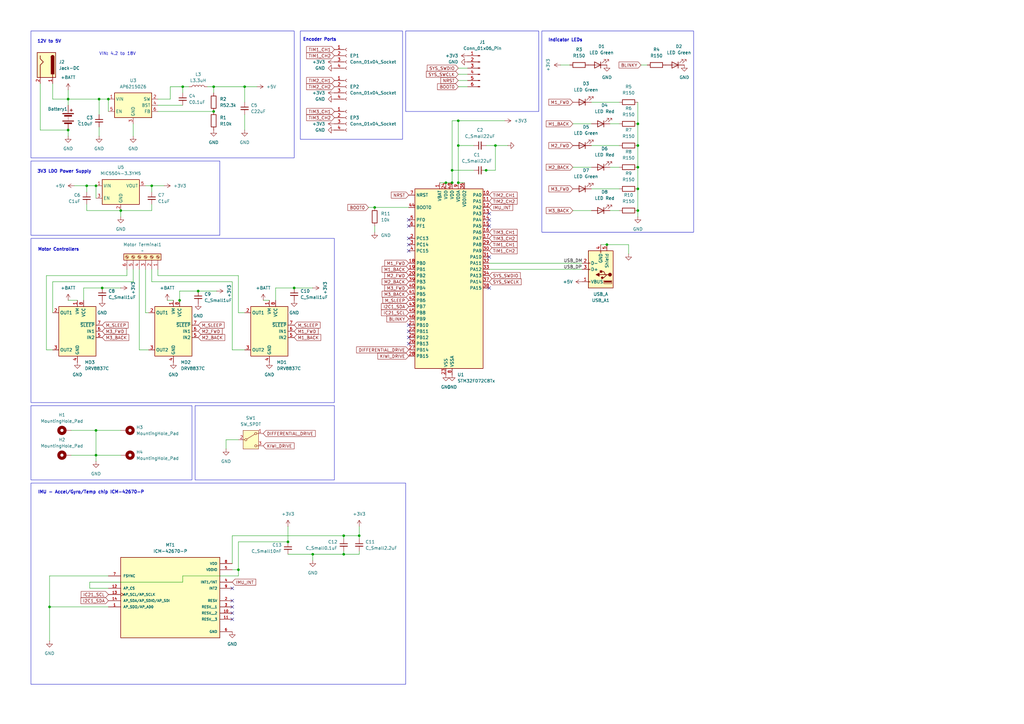
<source format=kicad_sch>
(kicad_sch (version 20231120) (generator "eeschema") (generator_version "8.0")
  (paper "A3")
  (title_block (title "Shiba 2") (rev "1") (company "Lorem Ipsum Automation"))
  (junction (at 87.63 45.72))
  (junction (at 185.42 69.85))
  (junction (at 261.62 86.36))
  (junction (at 187.96 59.69))
  (junction (at 261.62 50.8))
  (junction (at 261.62 77.47))
  (junction (at 87.63 35.56))
  (junction (at 39.37 176.53))
  (junction (at 62.23 76.2))
  (junction (at 128.27 227.33))
  (junction (at 261.62 59.69))
  (junction (at 118.11 222.25))
  (junction (at 248.92 100.33))
  (junction (at 100.33 35.56))
  (junction (at 44.45 40.64))
  (junction (at 39.37 186.69))
  (junction (at 203.2 59.69))
  (junction (at 27.94 53.34))
  (junction (at 187.96 49.53))
  (junction (at 140.97 219.71))
  (junction (at 97.79 233.68))
  (junction (at 261.62 68.58))
  (junction (at 20.32 248.92))
  (junction (at 187.96 74.93))
  (junction (at 140.97 227.33))
  (junction (at 39.37 76.2))
  (junction (at 41.91 118.11))
  (junction (at 147.32 219.71))
  (junction (at 81.28 119.38))
  (junction (at 40.64 40.64))
  (junction (at 35.56 76.2))
  (junction (at 49.53 86.36))
  (junction (at 120.65 118.11))
  (junction (at 73.66 123.19))
  (junction (at 182.88 74.93))
  (junction (at 185.42 74.93))
  (junction (at 199.39 69.85))
  (junction (at 153.67 85.09))
  (junction (at 74.93 35.56))
  (junction (at 27.94 40.64))
  (no_connect (at 200.66 118.11))
  (no_connect (at 167.64 90.17))
  (no_connect (at 167.64 138.43))
  (no_connect (at 167.64 102.87))
  (no_connect (at 167.64 97.79))
  (no_connect (at 200.66 105.41))
  (no_connect (at 167.64 133.35))
  (no_connect (at 167.64 100.33))
  (no_connect (at 95.25 246.38))
  (no_connect (at 167.64 140.97))
  (no_connect (at 200.66 92.71))
  (no_connect (at 167.64 92.71))
  (no_connect (at 200.66 90.17))
  (no_connect (at 95.25 241.3))
  (no_connect (at 95.25 254))
  (no_connect (at 95.25 251.46))
  (no_connect (at 95.25 248.92))
  (no_connect (at 167.64 135.89))
  (no_connect (at 200.66 87.63))
  (wire (pts (xy 57.15 110.49) (xy 57.15 143.51)))
  (wire (pts (xy 140.97 227.33) (xy 147.32 227.33)))
  (wire (pts (xy 68.58 123.19) (xy 71.12 123.19)))
  (wire (pts (xy 20.32 236.22) (xy 44.45 236.22)))
  (wire (pts (xy 74.93 35.56) (xy 74.93 38.1)))
  (wire (pts (xy 153.67 85.09) (xy 167.64 85.09)))
  (wire (pts (xy 52.07 113.03) (xy 19.05 113.03)))
  (wire (pts (xy 185.42 49.53) (xy 185.42 69.85)))
  (wire (pts (xy 59.69 128.27) (xy 60.96 128.27)))
  (wire (pts (xy 87.63 35.56) (xy 100.33 35.56)))
  (wire (pts (xy 97.79 222.25) (xy 97.79 233.68)))
  (wire (pts (xy 208.28 59.69) (xy 203.2 59.69)))
  (wire (pts (xy 261.62 68.58) (xy 261.62 77.47)))
  (wire (pts (xy 250.19 50.8) (xy 254 50.8)))
  (wire (pts (xy 40.64 40.64) (xy 40.64 46.99)))
  (wire (pts (xy 198.12 69.85) (xy 199.39 69.85)))
  (wire (pts (xy 40.64 40.64) (xy 44.45 40.64)))
  (wire (pts (xy 87.63 38.1) (xy 87.63 35.56)))
  (wire (pts (xy 62.23 110.49) (xy 62.23 115.57)))
  (wire (pts (xy 35.56 76.2) (xy 39.37 76.2)))
  (wire (pts (xy 261.62 86.36) (xy 261.62 88.9)))
  (wire (pts (xy 100.33 143.51) (xy 95.25 143.51)))
  (wire (pts (xy 19.05 143.51) (xy 21.59 143.51)))
  (wire (pts (xy 147.32 219.71) (xy 140.97 219.71)))
  (wire (pts (xy 36.83 238.76) (xy 74.93 238.76)))
  (wire (pts (xy 27.94 40.64) (xy 27.94 43.18)))
  (wire (pts (xy 118.11 215.9) (xy 118.11 222.25)))
  (wire (pts (xy 187.96 74.93) (xy 190.5 74.93)))
  (wire (pts (xy 27.94 40.64) (xy 40.64 40.64)))
  (wire (pts (xy 54.61 50.8) (xy 54.61 55.88)))
  (wire (pts (xy 199.39 69.85) (xy 203.2 69.85)))
  (wire (pts (xy 59.69 110.49) (xy 59.69 128.27)))
  (wire (pts (xy 30.48 76.2) (xy 35.56 76.2)))
  (wire (pts (xy 64.77 43.18) (xy 74.93 43.18)))
  (wire (pts (xy 187.96 59.69) (xy 187.96 74.93)))
  (wire (pts (xy 151.13 85.09) (xy 153.67 85.09)))
  (wire (pts (xy 200.66 107.95) (xy 238.76 107.95)))
  (wire (pts (xy 21.59 40.64) (xy 21.59 34.29)))
  (wire (pts (xy 257.81 104.14) (xy 257.81 100.33)))
  (wire (pts (xy 21.59 128.27) (xy 21.59 115.57)))
  (wire (pts (xy 62.23 83.82) (xy 62.23 86.36)))
  (wire (pts (xy 64.77 110.49) (xy 64.77 113.03)))
  (wire (pts (xy 16.51 53.34) (xy 27.94 53.34)))
  (wire (pts (xy 29.21 176.53) (xy 39.37 176.53)))
  (wire (pts (xy 92.71 180.34) (xy 92.71 184.15)))
  (wire (pts (xy 74.93 238.76) (xy 74.93 236.22)))
  (wire (pts (xy 81.28 119.38) (xy 88.9 119.38)))
  (wire (pts (xy 140.97 220.98) (xy 140.97 219.71)))
  (wire (pts (xy 203.2 69.85) (xy 203.2 59.69)))
  (wire (pts (xy 250.19 68.58) (xy 254 68.58)))
  (wire (pts (xy 248.92 100.33) (xy 257.81 100.33)))
  (wire (pts (xy 62.23 86.36) (xy 49.53 86.36)))
  (wire (pts (xy 95.25 219.71) (xy 140.97 219.71)))
  (wire (pts (xy 62.23 115.57) (xy 95.25 115.57)))
  (wire (pts (xy 187.96 27.94) (xy 191.77 27.94)))
  (wire (pts (xy 229.87 26.67) (xy 233.68 26.67)))
  (wire (pts (xy 118.11 227.33) (xy 128.27 227.33)))
  (wire (pts (xy 19.05 113.03) (xy 19.05 143.51)))
  (wire (pts (xy 261.62 77.47) (xy 261.62 86.36)))
  (wire (pts (xy 36.83 241.3) (xy 36.83 238.76)))
  (wire (pts (xy 120.65 118.11) (xy 128.27 118.11)))
  (wire (pts (xy 261.62 41.91) (xy 261.62 50.8)))
  (wire (pts (xy 97.79 233.68) (xy 95.25 233.68)))
  (wire (pts (xy 100.33 35.56) (xy 100.33 41.91)))
  (wire (pts (xy 73.66 119.38) (xy 81.28 119.38)))
  (wire (pts (xy 147.32 227.33) (xy 147.32 226.06)))
  (wire (pts (xy 41.91 118.11) (xy 49.53 118.11)))
  (wire (pts (xy 64.77 45.72) (xy 87.63 45.72)))
  (wire (pts (xy 97.79 222.25) (xy 118.11 222.25)))
  (wire (pts (xy 128.27 227.33) (xy 140.97 227.33)))
  (wire (pts (xy 54.61 115.57) (xy 54.61 110.49)))
  (wire (pts (xy 97.79 128.27) (xy 97.79 113.03)))
  (wire (pts (xy 69.85 35.56) (xy 74.93 35.56)))
  (wire (pts (xy 261.62 50.8) (xy 261.62 59.69)))
  (wire (pts (xy 246.38 100.33) (xy 248.92 100.33)))
  (wire (pts (xy 21.59 115.57) (xy 54.61 115.57)))
  (wire (pts (xy 100.33 35.56) (xy 105.41 35.56)))
  (wire (pts (xy 85.09 35.56) (xy 87.63 35.56)))
  (wire (pts (xy 74.93 236.22) (xy 97.79 236.22)))
  (wire (pts (xy 27.94 53.34) (xy 27.94 55.88)))
  (wire (pts (xy 153.67 95.25) (xy 153.67 92.71)))
  (wire (pts (xy 97.79 236.22) (xy 97.79 233.68)))
  (wire (pts (xy 21.59 40.64) (xy 27.94 40.64)))
  (wire (pts (xy 242.57 68.58) (xy 234.95 68.58)))
  (wire (pts (xy 16.51 34.29) (xy 16.51 53.34)))
  (wire (pts (xy 35.56 86.36) (xy 49.53 86.36)))
  (wire (pts (xy 73.66 123.19) (xy 73.66 124.46)))
  (wire (pts (xy 242.57 77.47) (xy 254 77.47)))
  (wire (pts (xy 140.97 227.33) (xy 140.97 226.06)))
  (wire (pts (xy 113.03 118.11) (xy 113.03 123.19)))
  (wire (pts (xy 20.32 248.92) (xy 20.32 236.22)))
  (wire (pts (xy 35.56 83.82) (xy 35.56 86.36)))
  (wire (pts (xy 128.27 227.33) (xy 128.27 229.87)))
  (wire (pts (xy 39.37 76.2) (xy 39.37 81.28)))
  (wire (pts (xy 187.96 59.69) (xy 194.31 59.69)))
  (wire (pts (xy 36.83 241.3) (xy 44.45 241.3)))
  (wire (pts (xy 27.94 123.19) (xy 31.75 123.19)))
  (wire (pts (xy 52.07 110.49) (xy 52.07 113.03)))
  (wire (pts (xy 73.66 119.38) (xy 73.66 123.19)))
  (wire (pts (xy 39.37 176.53) (xy 49.53 176.53)))
  (wire (pts (xy 34.29 118.11) (xy 34.29 123.19)))
  (wire (pts (xy 187.96 49.53) (xy 207.01 49.53)))
  (wire (pts (xy 74.93 35.56) (xy 77.47 35.56)))
  (wire (pts (xy 40.64 52.07) (xy 40.64 55.88)))
  (wire (pts (xy 49.53 86.36) (xy 49.53 88.9)))
  (wire (pts (xy 261.62 59.69) (xy 261.62 68.58)))
  (wire (pts (xy 187.96 49.53) (xy 187.96 59.69)))
  (wire (pts (xy 69.85 40.64) (xy 69.85 35.56)))
  (wire (pts (xy 187.96 35.56) (xy 191.77 35.56)))
  (wire (pts (xy 97.79 180.34) (xy 92.71 180.34)))
  (wire (pts (xy 187.96 30.48) (xy 191.77 30.48)))
  (wire (pts (xy 107.95 123.19) (xy 110.49 123.19)))
  (wire (pts (xy 29.21 186.69) (xy 39.37 186.69)))
  (wire (pts (xy 182.88 74.93) (xy 185.42 74.93)))
  (wire (pts (xy 95.25 115.57) (xy 95.25 143.51)))
  (wire (pts (xy 113.03 118.11) (xy 120.65 118.11)))
  (wire (pts (xy 187.96 33.02) (xy 191.77 33.02)))
  (wire (pts (xy 242.57 41.91) (xy 254 41.91)))
  (wire (pts (xy 147.32 215.9) (xy 147.32 219.71)))
  (wire (pts (xy 262.89 26.67) (xy 265.43 26.67)))
  (wire (pts (xy 44.45 40.64) (xy 44.45 45.72)))
  (wire (pts (xy 242.57 50.8) (xy 234.95 50.8)))
  (wire (pts (xy 185.42 69.85) (xy 185.42 74.93)))
  (wire (pts (xy 34.29 118.11) (xy 41.91 118.11)))
  (wire (pts (xy 100.33 46.99) (xy 100.33 53.34)))
  (wire (pts (xy 39.37 186.69) (xy 49.53 186.69)))
  (wire (pts (xy 200.66 110.49) (xy 238.76 110.49)))
  (wire (pts (xy 234.95 86.36) (xy 242.57 86.36)))
  (wire (pts (xy 35.56 78.74) (xy 35.56 76.2)))
  (wire (pts (xy 147.32 220.98) (xy 147.32 219.71)))
  (wire (pts (xy 180.34 74.93) (xy 182.88 74.93)))
  (wire (pts (xy 20.32 262.89) (xy 20.32 248.92)))
  (wire (pts (xy 62.23 76.2) (xy 67.31 76.2)))
  (wire (pts (xy 39.37 189.23) (xy 39.37 186.69)))
  (wire (pts (xy 39.37 176.53) (xy 39.37 186.69)))
  (wire (pts (xy 185.42 49.53) (xy 187.96 49.53)))
  (wire (pts (xy 60.96 143.51) (xy 57.15 143.51)))
  (wire (pts (xy 64.77 113.03) (xy 97.79 113.03)))
  (wire (pts (xy 69.85 40.64) (xy 64.77 40.64)))
  (wire (pts (xy 242.57 59.69) (xy 254 59.69)))
  (wire (pts (xy 185.42 69.85) (xy 194.31 69.85)))
  (wire (pts (xy 20.32 248.92) (xy 44.45 248.92)))
  (wire (pts (xy 250.19 86.36) (xy 254 86.36)))
  (wire (pts (xy 100.33 128.27) (xy 97.79 128.27)))
  (wire (pts (xy 62.23 78.74) (xy 62.23 76.2)))
  (wire (pts (xy 27.94 40.64) (xy 27.94 36.83)))
  (wire (pts (xy 59.69 76.2) (xy 62.23 76.2)))
  (wire (pts (xy 95.25 219.71) (xy 95.25 231.14)))
  (wire (pts (xy 199.39 59.69) (xy 203.2 59.69)))
  (rectangle (start 166.37 12.7) (end 220.98 45.72))
  (rectangle (start 123.19 12.7) (end 165.1 57.15))
  (rectangle (start 12.7 97.79) (end 137.16 165.1))
  (rectangle (start 12.7 66.04) (end 90.17 96.52))
  (rectangle (start 80.01 166.37) (end 137.16 196.85))
  (rectangle (start 222.25 12.7) (end 284.48 95.25))
  (rectangle (start 12.7 198.12) (end 166.37 280.67))
  (rectangle (start 12.7 166.37) (end 78.74 196.85))
  (rectangle (start 12.7 12.7) (end 120.65 64.77))
  (text "IMU - Accel/Gyro/Temp chip ICM-42670-P\n" (at 15.494 201.93 0) (effects (font (size 1.27 1.27) (thickness 0.254) (bold yes)) (justify left)))
  (text "Indicator LEDs" (at 231.902 16.51 0) (effects (font (size 1.27 1.27) (thickness 0.254) (bold yes))))
  (text "12V to 5V" (at 15.24 17.78 0) (effects (font (size 1.27 1.27) (thickness 0.254) (bold yes)) (justify left bottom)))
  (text "Encoder Ports" (at 124.206 17.018 0) (effects (font (size 1.27 1.27) (thickness 0.254) (bold yes)) (justify left bottom)))
  (text "VIN: 4.2 to 18V" (at 40.64 22.86 0) (effects (font (size 1.27 1.27)) (justify left bottom)))
  (text "Motor Controllers" (at 15.494 103.124 0) (effects (font (size 1.27 1.27) (thickness 0.254) (bold yes)) (justify left bottom)))
  (text "3V3 LDO Power Supply" (at 15.24 71.12 0) (effects (font (size 1.27 1.27) (thickness 0.254) (bold yes)) (justify left bottom)))
  (label "USB_DM" (at 231.14 107.95 0))
  (label "USB_DP" (at 231.14 110.49 0))
  (global_label "M1_BACK" (shape input) (at 167.64 110.49 180) (property "Intersheetrefs" "${INTERSHEET_REFS}" (effects (hide yes))))
  (global_label "DIFFERENTIAL_DRIVE" (shape input) (at 107.95 177.8 0) (property "Intersheetrefs" "${INTERSHEET_REFS}" (effects (hide yes))))
  (global_label "M3_BACK" (shape input) (at 234.95 86.36 180) (property "Intersheetrefs" "${INTERSHEET_REFS}" (effects (hide yes))))
  (global_label "M3_FWD" (shape input) (at 167.64 118.11 180) (property "Intersheetrefs" "${INTERSHEET_REFS}" (effects (hide yes))))
  (global_label "M3_FWD" (shape input) (at 234.95 77.47 180) (property "Intersheetrefs" "${INTERSHEET_REFS}" (effects (hide yes))))
  (global_label "BOOT0" (shape input) (at 187.96 35.56 180) (property "Intersheetrefs" "${INTERSHEET_REFS}" (effects (hide yes))))
  (global_label "IC21_SCL" (shape input) (at 44.45 243.84 180) (property "Intersheetrefs" "${INTERSHEET_REFS}" (effects (hide yes))))
  (global_label "M_SLEEP" (shape input) (at 120.65 133.35 0) (property "Intersheetrefs" "${INTERSHEET_REFS}" (effects (hide yes))))
  (global_label "KIWI_DRIVE" (shape input) (at 167.64 146.05 180) (property "Intersheetrefs" "${INTERSHEET_REFS}" (effects (hide yes))))
  (global_label "M2_FWD" (shape input) (at 234.95 59.69 180) (property "Intersheetrefs" "${INTERSHEET_REFS}" (effects (hide yes))))
  (global_label "M2_FWD" (shape input) (at 167.64 113.03 180) (property "Intersheetrefs" "${INTERSHEET_REFS}" (effects (hide yes))))
  (global_label "BOOT0" (shape input) (at 151.13 85.09 180) (property "Intersheetrefs" "${INTERSHEET_REFS}" (effects (hide yes))))
  (global_label "TIM3_CH1" (shape input) (at 137.16 45.72 180) (property "Intersheetrefs" "${INTERSHEET_REFS}" (effects (hide yes))))
  (global_label "M_SLEEP" (shape input) (at 41.91 133.35 0) (property "Intersheetrefs" "${INTERSHEET_REFS}" (effects (hide yes))))
  (global_label "M3_BACK" (shape input) (at 41.91 138.43 0) (property "Intersheetrefs" "${INTERSHEET_REFS}" (effects (hide yes))))
  (global_label "SYS_SWCLK" (shape input) (at 200.66 115.57 0) (property "Intersheetrefs" "${INTERSHEET_REFS}" (effects (hide yes))))
  (global_label "TIM2_CH1" (shape input) (at 200.66 80.01 0) (property "Intersheetrefs" "${INTERSHEET_REFS}" (effects (hide yes))))
  (global_label "TIM3_CH2" (shape input) (at 137.16 48.26 180) (property "Intersheetrefs" "${INTERSHEET_REFS}" (effects (hide yes))))
  (global_label "BLINKY" (shape input) (at 167.64 130.81 180) (property "Intersheetrefs" "${INTERSHEET_REFS}" (effects (hide yes))))
  (global_label "I2C1_SDA" (shape input) (at 44.45 246.38 180) (property "Intersheetrefs" "${INTERSHEET_REFS}" (effects (hide yes))))
  (global_label "IC21_SCL" (shape input) (at 167.64 128.27 180) (property "Intersheetrefs" "${INTERSHEET_REFS}" (effects (hide yes))))
  (global_label "M_SLEEP" (shape input) (at 167.64 123.19 180) (property "Intersheetrefs" "${INTERSHEET_REFS}" (effects (hide yes))))
  (global_label "M1_BACK" (shape input) (at 120.65 138.43 0) (property "Intersheetrefs" "${INTERSHEET_REFS}" (effects (hide yes))))
  (global_label "M2_BACK" (shape input) (at 167.64 115.57 180) (property "Intersheetrefs" "${INTERSHEET_REFS}" (effects (hide yes))))
  (global_label "SYS_SWDIO" (shape input) (at 187.96 27.94 180) (property "Intersheetrefs" "${INTERSHEET_REFS}" (effects (hide yes))))
  (global_label "SYS_SWCLK" (shape input) (at 187.96 30.48 180) (property "Intersheetrefs" "${INTERSHEET_REFS}" (effects (hide yes))))
  (global_label "NRST" (shape input) (at 187.96 33.02 180) (property "Intersheetrefs" "${INTERSHEET_REFS}" (effects (hide yes))))
  (global_label "TIM2_CH1" (shape input) (at 137.16 33.02 180) (property "Intersheetrefs" "${INTERSHEET_REFS}" (effects (hide yes))))
  (global_label "NRST" (shape input) (at 167.64 80.01 180) (property "Intersheetrefs" "${INTERSHEET_REFS}" (effects (hide yes))))
  (global_label "IMU_INT" (shape input) (at 200.66 85.09 0) (property "Intersheetrefs" "${INTERSHEET_REFS}" (effects (hide yes))))
  (global_label "M2_BACK" (shape input) (at 234.95 68.58 180) (property "Intersheetrefs" "${INTERSHEET_REFS}" (effects (hide yes))))
  (global_label "TIM1_CH1" (shape input) (at 200.66 100.33 0) (property "Intersheetrefs" "${INTERSHEET_REFS}" (effects (hide yes))))
  (global_label "M2_FWD" (shape input) (at 81.28 135.89 0) (property "Intersheetrefs" "${INTERSHEET_REFS}" (effects (hide yes))))
  (global_label "TIM3_CH2" (shape input) (at 200.66 97.79 0) (property "Intersheetrefs" "${INTERSHEET_REFS}" (effects (hide yes))))
  (global_label "I2C1_SDA" (shape input) (at 167.64 125.73 180) (property "Intersheetrefs" "${INTERSHEET_REFS}" (effects (hide yes))))
  (global_label "IMU_INT" (shape input) (at 95.25 238.76 0) (property "Intersheetrefs" "${INTERSHEET_REFS}" (effects (hide yes))))
  (global_label "M1_BACK" (shape input) (at 234.95 50.8 180) (property "Intersheetrefs" "${INTERSHEET_REFS}" (effects (hide yes))))
  (global_label "KIWI_DRIVE" (shape input) (at 107.95 182.88 0) (property "Intersheetrefs" "${INTERSHEET_REFS}" (effects (hide yes))))
  (global_label "TIM2_CH2" (shape input) (at 137.16 35.56 180) (property "Intersheetrefs" "${INTERSHEET_REFS}" (effects (hide yes))))
  (global_label "DIFFERENTIAL_DRIVE" (shape input) (at 167.64 143.51 180) (property "Intersheetrefs" "${INTERSHEET_REFS}" (effects (hide yes))))
  (global_label "M2_BACK" (shape input) (at 81.28 138.43 0) (property "Intersheetrefs" "${INTERSHEET_REFS}" (effects (hide yes))))
  (global_label "BLINKY" (shape input) (at 262.89 26.67 180) (property "Intersheetrefs" "${INTERSHEET_REFS}" (effects (hide yes))))
  (global_label "TIM1_CH2" (shape input) (at 200.66 102.87 0) (property "Intersheetrefs" "${INTERSHEET_REFS}" (effects (hide yes))))
  (global_label "M_SLEEP" (shape input) (at 81.28 133.35 0) (property "Intersheetrefs" "${INTERSHEET_REFS}" (effects (hide yes))))
  (global_label "TIM1_CH2" (shape input) (at 137.16 22.86 180) (property "Intersheetrefs" "${INTERSHEET_REFS}" (effects (hide yes))))
  (global_label "M1_FWD" (shape input) (at 167.64 107.95 180) (property "Intersheetrefs" "${INTERSHEET_REFS}" (effects (hide yes))))
  (global_label "M3_FWD" (shape input) (at 41.91 135.89 0) (property "Intersheetrefs" "${INTERSHEET_REFS}" (effects (hide yes))))
  (global_label "TIM1_CH1" (shape input) (at 137.16 20.32 180) (property "Intersheetrefs" "${INTERSHEET_REFS}" (effects (hide yes))))
  (global_label "M1_FWD" (shape input) (at 234.95 41.91 180) (property "Intersheetrefs" "${INTERSHEET_REFS}" (effects (hide yes))))
  (global_label "TIM3_CH1" (shape input) (at 200.66 95.25 0) (property "Intersheetrefs" "${INTERSHEET_REFS}" (effects (hide yes))))
  (global_label "M3_BACK" (shape input) (at 167.64 120.65 180) (property "Intersheetrefs" "${INTERSHEET_REFS}" (effects (hide yes))))
  (global_label "TIM2_CH2" (shape input) (at 200.66 82.55 0) (property "Intersheetrefs" "${INTERSHEET_REFS}" (effects (hide yes))))
  (global_label "SYS_SWDIO" (shape input) (at 200.66 113.03 0) (property "Intersheetrefs" "${INTERSHEET_REFS}" (effects (hide yes))))
  (global_label "M1_FWD" (shape input) (at 120.65 135.89 0) (property "Intersheetrefs" "${INTERSHEET_REFS}" (effects (hide yes))))
  (symbol (lib_id "Device:R") (at 87.63 41.91 0) (unit 1)
    (property "Reference" "R2" (at 90.17 40.64 0) (effects (justify left)))
    (property "Value" "R52.3k" (at 90.17 43.18 0) (effects (justify left)))
    (property "Footprint" "Resistor_SMD:R_1206_3216Metric" (effects (hide yes)))
    (property "Description" "Resistor" (effects (hide yes)))
  )
  (symbol (lib_id "power:+BATT") (at 27.94 36.83 0) (unit 1)
    (property "Reference" "#PWR014" (effects (hide yes)))
    (property "Value" "+BATT" (at 27.94 31.75 0))
    (property "Description" "Power symbol creates a global label with name \"+BATT\"" (effects (hide yes)))
  )
  (symbol (lib_id "Device:R") (at 257.81 59.69 90) (unit 1)
    (property "Reference" "R7" (at 257.81 53.34 90))
    (property "Value" "R150" (at 257.81 55.88 90))
    (property "Footprint" "Resistor_SMD:R_1206_3216Metric" (effects (hide yes)))
    (property "Description" "Resistor" (effects (hide yes)))
  )
  (symbol (lib_id "power:+3V3") (at 229.87 26.67 90) (mirror x) (unit 1)
    (property "Reference" "#PWR029" (effects (hide yes)))
    (property "Value" "+3V3" (at 224.79 26.67 0))
    (property "Description" "Power symbol creates a global label with name \"+3V3\"" (effects (hide yes)))
  )
  (symbol (lib_id "Connector:Conn_01x04_Socket") (at 142.24 22.86 0) (unit 1)
    (property "Reference" "EP1" (at 143.51 22.8599 0) (effects (justify left)))
    (property "Value" "Conn_01x04_Socket" (at 143.51 25.3999 0) (effects (justify left)))
    (property "Footprint" "Connector_PinSocket_2.54mm:PinSocket_1x04_P2.54mm_Vertical" (effects (hide yes)))
    (property "Description" "Generic connector, single row, 01x04, script generated" (effects (hide yes)))
  )
  (symbol (lib_id "power:GND") (at 27.94 55.88 0) (unit 1)
    (property "Reference" "#PWR024" (effects (hide yes)))
    (property "Value" "GND" (at 27.94 60.96 0))
    (property "Description" "Power symbol creates a global label with name \"GND\" , ground" (effects (hide yes)))
  )
  (symbol (lib_id "Device:C_Small") (at 40.64 49.53 0) (mirror y) (unit 1)
    (property "Reference" "C3" (at 38.1 48.2663 0) (effects (justify left)))
    (property "Value" "C10uF" (at 38.1 50.8063 0) (effects (justify left)))
    (property "Footprint" "Capacitor_SMD:C_1206_3216Metric" (effects (hide yes)))
    (property "Description" "Unpolarized capacitor, small symbol" (effects (hide yes)))
    (property "DigiKey Part" " CL21A106KOQNNNE" (effects (hide yes)))
  )
  (symbol (lib_id "power:+3V3") (at 207.01 49.53 270) (unit 1)
    (property "Reference" "#PWR05" (effects (hide yes)))
    (property "Value" "+3V3" (at 210.82 49.53 90) (effects (justify left)))
    (property "Description" "Power symbol creates a global label with name \"+3V3\"" (effects (hide yes)))
  )
  (symbol (lib_id "power:+BATT") (at 107.95 123.19 0) (mirror y) (unit 1)
    (property "Reference" "#PWR037" (effects (hide yes)))
    (property "Value" "+BATT" (at 107.95 118.11 0))
    (property "Description" "Power symbol creates a global label with name \"+BATT\"" (effects (hide yes)))
  )
  (symbol (lib_id "power:GND") (at 31.75 148.59 0) (mirror y) (unit 1)
    (property "Reference" "#PWR012" (effects (hide yes)))
    (property "Value" "GND" (at 31.75 153.67 0))
    (property "Description" "Power symbol creates a global label with name \"GND\" , ground" (effects (hide yes)))
  )
  (symbol (lib_id "power:GND") (at 71.12 148.59 0) (mirror y) (unit 1)
    (property "Reference" "#PWR09" (effects (hide yes)))
    (property "Value" "GND" (at 71.12 153.67 0))
    (property "Description" "Power symbol creates a global label with name \"GND\" , ground" (effects (hide yes)))
  )
  (symbol (lib_id "Device:C_Small") (at 62.23 81.28 0) (unit 1)
    (property "Reference" "C7" (at 64.77 80.0163 0) (effects (justify left)))
    (property "Value" "C1uF" (at 64.77 82.5563 0) (effects (justify left)))
    (property "Footprint" "Capacitor_SMD:C_1206_3216Metric" (effects (hide yes)))
    (property "Description" "Unpolarized capacitor, small symbol" (effects (hide yes)))
    (property "DigiKey Part" " CL21A106KOQNNNE" (effects (hide yes)))
  )
  (symbol (lib_id "power:GND") (at 137.16 40.64 270) (unit 1)
    (property "Reference" "#PWR027" (effects (hide yes)))
    (property "Value" "GND" (at 133.35 40.6399 90) (effects (justify right)))
    (property "Description" "Power symbol creates a global label with name \"GND\" , ground" (effects (hide yes)))
  )
  (symbol (lib_id "Mechanical:MountingHole_Pad") (at 52.07 186.69 270) (unit 1) (exclude_from_sim yes) (in_bom no)
    (property "Reference" "H4" (at 55.88 185.4199 90) (effects (justify left)))
    (property "Value" "MountingHole_Pad" (at 55.88 187.9599 90) (effects (justify left)))
    (property "Footprint" "MountingHole:MountingHole_2.2mm_M2_DIN965_Pad" (effects (hide yes)))
    (property "Description" "Mounting Hole with connection" (effects (hide yes)))
  )
  (symbol (lib_id "Switch:SW_SPDT") (at 102.87 180.34 0) (unit 1)
    (property "Reference" "SW1" (at 102.87 171.45 0))
    (property "Value" "SW_SPDT" (at 102.87 173.99 0))
    (property "Footprint" "Button_Switch_THT:SW_E-Switch_EG1271_SPDT" (effects (hide yes)))
    (property "Description" "Switch, single pole double throw" (effects (hide yes)))
  )
  (symbol (lib_id "power:GND") (at 20.32 262.89 0) (mirror y) (unit 1)
    (property "Reference" "#PWR048" (effects (hide yes)))
    (property "Value" "GND" (at 20.32 267.97 0))
    (property "Description" "Power symbol creates a global label with name \"GND\" , ground" (effects (hide yes)))
  )
  (symbol (lib_id "MCU_ST_STM32F0:STM32F072C8Tx") (at 182.88 115.57 0) (unit 1)
    (property "Reference" "U1" (at 187.6141 153.67 0) (effects (justify left)))
    (property "Value" "STM32F072C8Tx" (at 187.6141 156.21 0) (effects (justify left)))
    (property "Footprint" "Package_QFP:LQFP-48_7x7mm_P0.5mm" (effects (hide yes)))
    (property "Datasheet" "https://www.st.com/resource/en/datasheet/stm32f072c8.pdf" (effects (hide yes)))
    (property "Description" "STMicroelectronics Arm Cortex-M0 MCU, 64KB flash, 16KB RAM, 48 MHz, 2.0-3.6V, 37 GPIO, LQFP48" (effects (hide yes)))
  )
  (symbol (lib_id "Device:C_Small") (at 196.85 69.85 90) (unit 1)
    (property "Reference" "C1" (at 195.5863 63.5 90))
    (property "Value" "C_Small22uF" (at 195.5863 66.04 90))
    (property "Footprint" "Capacitor_SMD:C_1206_3216Metric" (effects (hide yes)))
    (property "Description" "Unpolarized capacitor, small symbol" (effects (hide yes)))
    (property "DigiKey Part" "GRM188R60J226MEA0J" (effects (hide yes)))
  )
  (symbol (lib_id "power:GND") (at 41.91 123.19 0) (unit 1)
    (property "Reference" "#PWR042" (effects (hide yes)))
    (property "Value" "GND" (at 41.91 128.27 0))
    (property "Description" "Power symbol creates a global label with name \"GND\" , ground" (effects (hide yes)))
  )
  (symbol (lib_id "power:GND") (at 100.33 53.34 0) (unit 1)
    (property "Reference" "#PWR017" (effects (hide yes)))
    (property "Value" "GND" (at 100.33 58.42 0))
    (property "Description" "Power symbol creates a global label with name \"GND\" , ground" (effects (hide yes)))
  )
  (symbol (lib_id "Mechanical:MountingHole_Pad") (at 26.67 176.53 90) (unit 1) (exclude_from_sim yes) (in_bom no)
    (property "Reference" "H1" (at 25.4 170.18 90))
    (property "Value" "MountingHole_Pad" (at 25.4 172.72 90))
    (property "Footprint" "MountingHole:MountingHole_2.2mm_M2_DIN965_Pad" (effects (hide yes)))
    (property "Description" "Mounting Hole with connection" (effects (hide yes)))
  )
  (symbol (lib_id "power:GND") (at 248.92 26.67 0) (mirror y) (unit 1)
    (property "Reference" "#PWR030" (effects (hide yes)))
    (property "Value" "GND" (at 248.92 31.75 0))
    (property "Description" "Power symbol creates a global label with name \"GND\" , ground" (effects (hide yes)))
  )
  (symbol (lib_id "Device:C_Small") (at 81.28 121.92 0) (unit 1)
    (property "Reference" "C9" (at 83.82 120.6563 0) (effects (justify left)))
    (property "Value" "C_Small1uF" (at 83.82 123.1963 0) (effects (justify left)))
    (property "Footprint" "Capacitor_SMD:C_1206_3216Metric" (effects (hide yes)))
    (property "Description" "Unpolarized capacitor, small symbol" (effects (hide yes)))
  )
  (symbol (lib_id "Device:C_Small") (at 147.32 223.52 0) (unit 1)
    (property "Reference" "C11" (at 149.86 222.2562 0) (effects (justify left)))
    (property "Value" "C_Small2.2uF" (at 149.86 224.7962 0) (effects (justify left)))
    (property "Footprint" "Capacitor_SMD:C_1206_3216Metric" (effects (hide yes)))
    (property "Description" "Unpolarized capacitor, small symbol" (effects (hide yes)))
  )
  (symbol (lib_id "Device:R") (at 257.81 86.36 90) (unit 1)
    (property "Reference" "R10" (at 257.81 80.01 90))
    (property "Value" "R150" (at 257.81 82.55 90))
    (property "Footprint" "Resistor_SMD:R_1206_3216Metric" (effects (hide yes)))
    (property "Description" "Resistor" (effects (hide yes)))
  )
  (symbol (lib_id "Driver_Motor:DRV8837C") (at 110.49 135.89 0) (mirror y) (unit 1)
    (property "Reference" "MD1" (at 113.5065 148.59 0) (effects (justify right)))
    (property "Value" "DRV8837C" (at 113.5065 151.13 0) (effects (justify right)))
    (property "Footprint" "Package_SON:WSON-8-1EP_2x2mm_P0.5mm_EP0.9x1.6mm" (effects (hide yes)))
    (property "Datasheet" "http://www.ti.com/lit/ds/symlink/drv8837c.pdf" (effects (hide yes)))
    (property "Description" "H-Bridge driver, 1A, Low Voltage, PWM input, WSON-8" (effects (hide yes)))
  )
  (symbol (lib_id "power:+3V3") (at 88.9 119.38 270) (mirror x) (unit 1)
    (property "Reference" "#PWR043" (effects (hide yes)))
    (property "Value" "+3V3" (at 93.98 119.38 0))
    (property "Description" "Power symbol creates a global label with name \"+3V3\"" (effects (hide yes)))
  )
  (symbol (lib_id "Device:C_Small") (at 140.97 223.52 0) (mirror y) (unit 1)
    (property "Reference" "C12" (at 138.43 222.2562 0) (effects (justify left)))
    (property "Value" "C_Small0.1uF" (at 138.43 224.7962 0) (effects (justify left)))
    (property "Footprint" "Capacitor_SMD:C_1206_3216Metric" (effects (hide yes)))
    (property "Description" "Unpolarized capacitor, small symbol" (effects (hide yes)))
  )
  (symbol (lib_id "power:GND") (at 87.63 53.34 0) (unit 1)
    (property "Reference" "#PWR019" (effects (hide yes)))
    (property "Value" "GND" (at 87.63 58.42 0))
    (property "Description" "Power symbol creates a global label with name \"GND\" , ground" (effects (hide yes)))
  )
  (symbol (lib_id "Regulator_Switching:AP62150Z6") (at 54.61 43.18 0) (unit 1)
    (property "Reference" "U3" (at 54.61 33.02 0))
    (property "Value" "AP62150Z6" (at 54.61 35.56 0))
    (property "Footprint" "Package_TO_SOT_SMD:SOT-563" (effects (hide yes)))
    (property "Datasheet" "https://www.diodes.com/assets/Datasheets/AP62150.pdf" (effects (hide yes)))
    (property "Description" "1.5A, 1.3MHz Buck DC/DC Converter, adjustable output voltage, SOT-563" (effects (hide yes)))
  )
  (symbol (lib_id "power:GND") (at 95.25 259.08 0) (unit 1)
    (property "Reference" "#PWR041" (effects (hide yes)))
    (property "Value" "GND" (at 95.25 264.16 0))
    (property "Description" "Power symbol creates a global label with name \"GND\" , ground" (effects (hide yes)))
  )
  (symbol (lib_id "Device:C_Small") (at 41.91 120.65 0) (unit 1)
    (property "Reference" "C8" (at 44.45 119.3863 0) (effects (justify left)))
    (property "Value" "C_Small1uF" (at 44.45 121.9263 0) (effects (justify left)))
    (property "Footprint" "Capacitor_SMD:C_1206_3216Metric" (effects (hide yes)))
    (property "Description" "Unpolarized capacitor, small symbol" (effects (hide yes)))
  )
  (symbol (lib_id "ICM-42670-P:ICM-42670-P") (at 69.85 241.3 0) (unit 1)
    (property "Reference" "MT1" (at 69.85 223.52 0))
    (property "Value" "ICM-42670-P" (at 69.85 226.06 0))
    (property "Footprint" "Library:XDCR_ICM-42670-P" (effects (hide yes)))
    (property "PARTREV" "1.1" (effects (hide yes)))
    (property "STANDARD" "Manufacturer Recommendations" (effects (hide yes)))
    (property "MAXIMUM_PACKAGE_HEIGHT" "0.81 mm" (effects (hide yes)))
    (property "MANUFACTURER" "TDK InvenSense" (effects (hide yes)))
  )
  (symbol (lib_id "power:GND") (at 137.16 53.34 270) (unit 1)
    (property "Reference" "#PWR036" (effects (hide yes)))
    (property "Value" "GND" (at 133.35 53.3399 90) (effects (justify right)))
    (property "Description" "Power symbol creates a global label with name \"GND\" , ground" (effects (hide yes)))
  )
  (symbol (lib_id "Device:R") (at 269.24 26.67 90) (unit 1)
    (property "Reference" "R4" (at 269.24 20.32 90))
    (property "Value" "R150" (at 269.24 22.86 90))
    (property "Footprint" "Resistor_SMD:R_1206_3216Metric" (effects (hide yes)))
    (property "Description" "Resistor" (effects (hide yes)))
  )
  (symbol (lib_id "power:GND") (at 128.27 229.87 0) (unit 1)
    (property "Reference" "#PWR046" (effects (hide yes)))
    (property "Value" "GND" (at 128.27 234.95 0))
    (property "Description" "Power symbol creates a global label with name \"GND\" , ground" (effects (hide yes)))
  )
  (symbol (lib_id "power:+5V") (at 238.76 115.57 90) (unit 1)
    (property "Reference" "#PWR03" (effects (hide yes)))
    (property "Value" "+5V" (at 234.95 115.57 90) (effects (justify left)))
    (property "Description" "Power symbol creates a global label with name \"+5V\"" (effects (hide yes)))
  )
  (symbol (lib_id "Device:C_Small") (at 74.93 40.64 0) (unit 1)
    (property "Reference" "C4" (at 77.47 39.3762 0) (effects (justify left)))
    (property "Value" "C0.1uF" (at 77.47 41.9162 0) (effects (justify left)))
    (property "Footprint" "Capacitor_SMD:C_1206_3216Metric" (effects (hide yes)))
    (property "Description" "Unpolarized capacitor, small symbol" (effects (hide yes)))
    (property "DigiKey Part" "1206B104K500BD" (effects (hide yes)))
  )
  (symbol (lib_id "power:+3V3") (at 147.32 215.9 0) (unit 1)
    (property "Reference" "#PWR045" (effects (hide yes)))
    (property "Value" "+3V3" (at 147.32 210.82 0))
    (property "Description" "Power symbol creates a global label with name \"+3V3\"" (effects (hide yes)))
  )
  (symbol (lib_id "power:GND") (at 185.42 153.67 0) (unit 1)
    (property "Reference" "#PWR013" (effects (hide yes)))
    (property "Value" "GND" (at 185.42 158.75 0))
    (property "Description" "Power symbol creates a global label with name \"GND\" , ground" (effects (hide yes)))
  )
  (symbol (lib_id "Device:LED") (at 245.11 26.67 180) (unit 1)
    (property "Reference" "D1" (at 246.6975 19.05 0))
    (property "Value" "LED Green" (at 246.6975 21.59 0))
    (property "Footprint" "LED_SMD:LED_1206_3216Metric" (effects (hide yes)))
    (property "Description" "Light emitting diode" (effects (hide yes)))
  )
  (symbol (lib_id "Device:C_Small") (at 196.85 59.69 90) (unit 1)
    (property "Reference" "C2" (at 196.8563 53.34 90))
    (property "Value" "C_Small22uF" (at 196.8563 55.88 90))
    (property "Footprint" "Capacitor_SMD:C_1206_3216Metric" (effects (hide yes)))
    (property "Description" "Unpolarized capacitor, small symbol" (effects (hide yes)))
    (property "DigiKey Part" "GRM188R60J226MEA0J" (effects (hide yes)))
  )
  (symbol (lib_id "Device:R") (at 237.49 26.67 90) (unit 1)
    (property "Reference" "R3" (at 237.49 20.32 90))
    (property "Value" "R150" (at 237.49 22.86 90))
    (property "Footprint" "Resistor_SMD:R_1206_3216Metric" (effects (hide yes)))
    (property "Description" "Resistor" (effects (hide yes)))
  )
  (symbol (lib_id "power:+3V3") (at 67.31 76.2 270) (unit 1)
    (property "Reference" "#PWR021" (effects (hide yes)))
    (property "Value" "+3V3" (at 71.12 76.2 90) (effects (justify left)))
    (property "Description" "Power symbol creates a global label with name \"+3V3\"" (effects (hide yes)))
  )
  (symbol (lib_id "Device:R") (at 257.81 68.58 90) (unit 1)
    (property "Reference" "R8" (at 257.81 62.23 90))
    (property "Value" "R150" (at 257.81 64.77 90))
    (property "Footprint" "Resistor_SMD:R_1206_3216Metric" (effects (hide yes)))
    (property "Description" "Resistor" (effects (hide yes)))
  )
  (symbol (lib_id "Device:C_Small") (at 35.56 81.28 0) (mirror y) (unit 1)
    (property "Reference" "C6" (at 33.02 80.0163 0) (effects (justify left)))
    (property "Value" "C1uF" (at 33.02 82.5563 0) (effects (justify left)))
    (property "Footprint" "Capacitor_SMD:C_1206_3216Metric" (effects (hide yes)))
    (property "Description" "Unpolarized capacitor, small symbol" (effects (hide yes)))
    (property "DigiKey Part" " CL21A106KOQNNNE" (effects (hide yes)))
  )
  (symbol (lib_id "Mechanical:MountingHole_Pad") (at 52.07 176.53 270) (unit 1) (exclude_from_sim yes) (in_bom no)
    (property "Reference" "H3" (at 55.88 175.2599 90) (effects (justify left)))
    (property "Value" "MountingHole_Pad" (at 55.88 177.7999 90) (effects (justify left)))
    (property "Footprint" "MountingHole:MountingHole_2.2mm_M2_DIN965_Pad" (effects (hide yes)))
    (property "Description" "Mounting Hole with connection" (effects (hide yes)))
  )
  (symbol (lib_id "Device:LED") (at 246.38 50.8 180) (unit 1)
    (property "Reference" "D4" (at 247.9675 43.18 0))
    (property "Value" "LED Red" (at 247.9675 45.72 0))
    (property "Footprint" "LED_SMD:LED_1206_3216Metric" (effects (hide yes)))
    (property "Description" "Light emitting diode" (effects (hide yes)))
  )
  (symbol (lib_id "power:+3V3") (at 118.11 215.9 0) (unit 1)
    (property "Reference" "#PWR049" (effects (hide yes)))
    (property "Value" "+3V3" (at 118.11 210.82 0))
    (property "Description" "Power symbol creates a global label with name \"+3V3\"" (effects (hide yes)))
  )
  (symbol (lib_id "power:GND") (at 182.88 153.67 0) (unit 1)
    (property "Reference" "#PWR07" (effects (hide yes)))
    (property "Value" "GND" (at 182.88 158.75 0))
    (property "Description" "Power symbol creates a global label with name \"GND\" , ground" (effects (hide yes)))
  )
  (symbol (lib_id "power:GND") (at 137.16 27.94 270) (unit 1)
    (property "Reference" "#PWR028" (effects (hide yes)))
    (property "Value" "GND" (at 133.35 27.9399 90) (effects (justify right)))
    (property "Description" "Power symbol creates a global label with name \"GND\" , ground" (effects (hide yes)))
  )
  (symbol (lib_id "Device:C_Small") (at 100.33 44.45 0) (unit 1)
    (property "Reference" "C5" (at 102.87 43.1862 0) (effects (justify left)))
    (property "Value" "C22uF" (at 102.87 45.7262 0) (effects (justify left)))
    (property "Footprint" "Capacitor_SMD:C_1206_3216Metric" (effects (hide yes)))
    (property "Description" "Unpolarized capacitor, small symbol" (effects (hide yes)))
    (property "DigiKey Part" "GRM188R60J226MEA0J" (effects (hide yes)))
  )
  (symbol (lib_id "Device:R") (at 257.81 50.8 90) (unit 1)
    (property "Reference" "R6" (at 257.81 44.45 90))
    (property "Value" "R150" (at 257.81 46.99 90))
    (property "Footprint" "Resistor_SMD:R_1206_3216Metric" (effects (hide yes)))
    (property "Description" "Resistor" (effects (hide yes)))
  )
  (symbol (lib_id "Device:R") (at 257.81 41.91 90) (unit 1)
    (property "Reference" "R5" (at 257.81 35.56 90))
    (property "Value" "R150" (at 257.81 38.1 90))
    (property "Footprint" "Resistor_SMD:R_1206_3216Metric" (effects (hide yes)))
    (property "Description" "Resistor" (effects (hide yes)))
  )
  (symbol (lib_id "Connector:USB_A") (at 246.38 110.49 180) (unit 1)
    (property "Reference" "USB_A1" (at 246.38 123.19 0))
    (property "Value" "USB_A" (at 246.38 120.65 0))
    (property "Footprint" "Connector_USB:USB_A_Receptacle_GCT_USB1046" (effects (hide yes)))
    (property "Datasheet" " ~" (effects (hide yes)))
    (property "Description" "USB Type A connector" (effects (hide yes)))
  )
  (symbol (lib_id "Device:R") (at 87.63 49.53 0) (unit 1)
    (property "Reference" "R1" (at 90.17 48.26 0) (effects (justify left)))
    (property "Value" "R10k" (at 90.17 50.8 0) (effects (justify left)))
    (property "Footprint" "Resistor_SMD:R_1206_3216Metric" (effects (hide yes)))
    (property "Description" "Resistor" (effects (hide yes)))
  )
  (symbol (lib_id "power:+3V3") (at 137.16 50.8 90) (unit 1)
    (property "Reference" "#PWR035" (effects (hide yes)))
    (property "Value" "+3V3" (at 133.35 50.7999 90) (effects (justify left)))
    (property "Description" "Power symbol creates a global label with name \"+3V3\"" (effects (hide yes)))
  )
  (symbol (lib_id "power:+5V") (at 105.41 35.56 270) (unit 1)
    (property "Reference" "#PWR018" (effects (hide yes)))
    (property "Value" "+5V" (at 109.22 35.56 90) (effects (justify left)))
    (property "Description" "Power symbol creates a global label with name \"+5V\"" (effects (hide yes)))
  )
  (symbol (lib_id "Device:LED") (at 246.38 68.58 180) (unit 1)
    (property "Reference" "D6" (at 247.9675 60.96 0))
    (property "Value" "LED Red" (at 247.9675 63.5 0))
    (property "Footprint" "LED_SMD:LED_1206_3216Metric" (effects (hide yes)))
    (property "Description" "Light emitting diode" (effects (hide yes)))
  )
  (symbol (lib_id "power:GND") (at 49.53 88.9 0) (unit 1)
    (property "Reference" "#PWR022" (effects (hide yes)))
    (property "Value" "GND" (at 49.53 93.98 0))
    (property "Description" "Power symbol creates a global label with name \"GND\" , ground" (effects (hide yes)))
  )
  (symbol (lib_id "Device:Battery") (at 27.94 48.26 0) (unit 1)
    (property "Reference" "Battery1" (at 19.558 44.704 0) (effects (justify left)))
    (property "Value" "~" (at 31.75 49.53 0) (effects (justify left)))
    (property "Footprint" "Connector_AMASS:AMASS_XT60-F_1x02_P7.20mm_Vertical" (effects (hide yes)))
    (property "Description" "Multiple-cell battery" (effects (hide yes)))
    (property "DigiKey Part" "PRT-10474" (effects (hide yes)))
  )
  (symbol (lib_id "Device:LED") (at 238.76 41.91 180) (unit 1)
    (property "Reference" "D3" (at 240.3475 34.29 0))
    (property "Value" "LED Green" (at 240.3475 36.83 0))
    (property "Footprint" "LED_SMD:LED_1206_3216Metric" (effects (hide yes)))
    (property "Description" "Light emitting diode" (effects (hide yes)))
  )
  (symbol (lib_id "Device:C_Small") (at 118.11 224.79 0) (mirror y) (unit 1)
    (property "Reference" "C13" (at 115.57 223.5262 0) (effects (justify left)))
    (property "Value" "C_Small10nF" (at 115.57 226.0662 0) (effects (justify left)))
    (property "Footprint" "Capacitor_SMD:C_1206_3216Metric" (effects (hide yes)))
    (property "Description" "Unpolarized capacitor, small symbol" (effects (hide yes)))
  )
  (symbol (lib_id "power:GND") (at 261.62 88.9 0) (unit 1)
    (property "Reference" "#PWR034" (effects (hide yes)))
    (property "Value" "GND" (at 261.62 93.98 0))
    (property "Description" "Power symbol creates a global label with name \"GND\" , ground" (effects (hide yes)))
  )
  (symbol (lib_id "power:+BATT") (at 68.58 123.19 0) (mirror y) (unit 1)
    (property "Reference" "#PWR010" (effects (hide yes)))
    (property "Value" "+BATT" (at 68.58 118.11 0))
    (property "Description" "Power symbol creates a global label with name \"+BATT\"" (effects (hide yes)))
  )
  (symbol (lib_id "power:GND") (at 280.67 26.67 0) (unit 1)
    (property "Reference" "#PWR031" (effects (hide yes)))
    (property "Value" "GND" (at 280.67 31.75 0))
    (property "Description" "Power symbol creates a global label with name \"GND\" , ground" (effects (hide yes)))
  )
  (symbol (lib_id "power:GND") (at 208.28 59.69 90) (unit 1)
    (property "Reference" "#PWR06" (effects (hide yes)))
    (property "Value" "GND" (effects (hide yes)))
    (property "Description" "Power symbol creates a global label with name \"GND\" , ground" (effects (hide yes)))
  )
  (symbol (lib_id "Device:C_Small") (at 120.65 120.65 0) (unit 1)
    (property "Reference" "C10" (at 123.19 119.3863 0) (effects (justify left)))
    (property "Value" "C_Small1uF" (at 123.19 121.9263 0) (effects (justify left)))
    (property "Footprint" "Capacitor_SMD:C_1206_3216Metric" (effects (hide yes)))
    (property "Description" "Unpolarized capacitor, small symbol" (effects (hide yes)))
  )
  (symbol (lib_id "power:GND") (at 191.77 25.4 270) (unit 1)
    (property "Reference" "#PWR032" (effects (hide yes)))
    (property "Value" "GND" (at 187.96 25.3999 90) (effects (justify right)))
    (property "Description" "Power symbol creates a global label with name \"GND\" , ground" (effects (hide yes)))
  )
  (symbol (lib_id "Connector:Conn_01x06_Pin") (at 196.85 27.94 0) (mirror y) (unit 1)
    (property "Reference" "J1" (at 197.866 17.272 0))
    (property "Value" "Conn_01x06_Pin" (at 197.866 19.812 0))
    (property "Footprint" "Connector_PinHeader_2.54mm:PinHeader_1x06_P2.54mm_Vertical" (effects (hide yes)))
    (property "Description" "Generic connector, single row, 01x06, script generated" (effects (hide yes)))
  )
  (symbol (lib_id "power:GND") (at 40.64 55.88 0) (unit 1)
    (property "Reference" "#PWR015" (effects (hide yes)))
    (property "Value" "GND" (at 40.64 60.96 0))
    (property "Description" "Power symbol creates a global label with name \"GND\" , ground" (effects (hide yes)))
  )
  (symbol (lib_id "Device:LED") (at 246.38 86.36 180) (unit 1)
    (property "Reference" "D8" (at 247.9675 78.74 0))
    (property "Value" "LED Red" (at 247.9675 81.28 0))
    (property "Footprint" "LED_SMD:LED_1206_3216Metric" (effects (hide yes)))
    (property "Description" "Light emitting diode" (effects (hide yes)))
  )
  (symbol (lib_id "Driver_Motor:DRV8837C") (at 31.75 135.89 0) (mirror y) (unit 1)
    (property "Reference" "MD3" (at 34.7665 148.59 0) (effects (justify right)))
    (property "Value" "DRV8837C" (at 34.7665 151.13 0) (effects (justify right)))
    (property "Footprint" "Package_SON:WSON-8-1EP_2x2mm_P0.5mm_EP0.9x1.6mm" (effects (hide yes)))
    (property "Datasheet" "http://www.ti.com/lit/ds/symlink/drv8837c.pdf" (effects (hide yes)))
    (property "Description" "H-Bridge driver, 1A, Low Voltage, PWM input, WSON-8" (effects (hide yes)))
  )
  (symbol (lib_id "Connector:Conn_01x04_Socket") (at 142.24 48.26 0) (unit 1)
    (property "Reference" "EP3" (at 143.51 48.2599 0) (effects (justify left)))
    (property "Value" "Conn_01x04_Socket" (at 143.51 50.7999 0) (effects (justify left)))
    (property "Footprint" "Connector_PinSocket_2.54mm:PinSocket_1x04_P2.54mm_Vertical" (effects (hide yes)))
    (property "Description" "Generic connector, single row, 01x04, script generated" (effects (hide yes)))
  )
  (symbol (lib_id "power:+3V3") (at 137.16 25.4 90) (unit 1)
    (property "Reference" "#PWR025" (effects (hide yes)))
    (property "Value" "+3V3" (at 133.35 25.3999 90) (effects (justify left)))
    (property "Description" "Power symbol creates a global label with name \"+3V3\"" (effects (hide yes)))
  )
  (symbol (lib_id "power:GND") (at 110.49 148.59 0) (mirror y) (unit 1)
    (property "Reference" "#PWR038" (effects (hide yes)))
    (property "Value" "GND" (at 110.49 153.67 0))
    (property "Description" "Power symbol creates a global label with name \"GND\" , ground" (effects (hide yes)))
  )
  (symbol (lib_id "power:GND") (at 120.65 123.19 0) (unit 1)
    (property "Reference" "#PWR039" (effects (hide yes)))
    (property "Value" "GND" (at 120.65 128.27 0))
    (property "Description" "Power symbol creates a global label with name \"GND\" , ground" (effects (hide yes)))
  )
  (symbol (lib_id "power:GND") (at 39.37 189.23 0) (unit 1)
    (property "Reference" "#PWR040" (effects (hide yes)))
    (property "Value" "GND" (at 39.37 194.31 0))
    (property "Description" "Power symbol creates a global label with name \"GND\" , ground" (effects (hide yes)))
  )
  (symbol (lib_id "power:+3V3") (at 128.27 118.11 270) (mirror x) (unit 1)
    (property "Reference" "#PWR044" (effects (hide yes)))
    (property "Value" "+3V3" (at 133.35 118.11 0))
    (property "Description" "Power symbol creates a global label with name \"+3V3\"" (effects (hide yes)))
  )
  (symbol (lib_id "Device:LED") (at 238.76 77.47 180) (unit 1)
    (property "Reference" "D7" (at 240.3475 69.85 0))
    (property "Value" "LED Green" (at 240.3475 72.39 0))
    (property "Footprint" "LED_SMD:LED_1206_3216Metric" (effects (hide yes)))
    (property "Description" "Light emitting diode" (effects (hide yes)))
  )
  (symbol (lib_id "power:GND") (at 81.28 124.46 0) (unit 1)
    (property "Reference" "#PWR08" (effects (hide yes)))
    (property "Value" "GND" (at 81.28 129.54 0))
    (property "Description" "Power symbol creates a global label with name \"GND\" , ground" (effects (hide yes)))
  )
  (symbol (lib_id "Connector:Conn_01x04_Socket") (at 142.24 35.56 0) (unit 1)
    (property "Reference" "EP2" (at 143.51 35.5599 0) (effects (justify left)))
    (property "Value" "Conn_01x04_Socket" (at 143.51 38.0999 0) (effects (justify left)))
    (property "Footprint" "Connector_PinSocket_2.54mm:PinSocket_1x04_P2.54mm_Vertical" (effects (hide yes)))
    (property "Description" "Generic connector, single row, 01x04, script generated" (effects (hide yes)))
  )
  (symbol (lib_id "Device:LED") (at 238.76 59.69 180) (unit 1)
    (property "Reference" "D5" (at 240.3475 52.07 0))
    (property "Value" "LED Green" (at 240.3475 54.61 0))
    (property "Footprint" "LED_SMD:LED_1206_3216Metric" (effects (hide yes)))
    (property "Description" "Light emitting diode" (effects (hide yes)))
  )
  (symbol (lib_id "power:+3V3") (at 49.53 118.11 270) (mirror x) (unit 1)
    (property "Reference" "#PWR011" (effects (hide yes)))
    (property "Value" "+3V3" (at 54.61 118.11 0))
    (property "Description" "Power symbol creates a global label with name \"+3V3\"" (effects (hide yes)))
  )
  (symbol (lib_id "Mechanical:MountingHole_Pad") (at 26.67 186.69 90) (unit 1) (exclude_from_sim yes) (in_bom no)
    (property "Reference" "H2" (at 25.4 180.34 90))
    (property "Value" "MountingHole_Pad" (at 25.4 182.88 90))
    (property "Footprint" "MountingHole:MountingHole_2.2mm_M2_DIN965_Pad" (effects (hide yes)))
    (property "Description" "Mounting Hole with connection" (effects (hide yes)))
  )
  (symbol (lib_id "Device:R") (at 153.67 88.9 0) (unit 1)
    (property "Reference" "R11" (at 156.21 87.6299 0) (effects (justify left)))
    (property "Value" "10k" (at 156.21 90.1699 0) (effects (justify left)))
    (property "Footprint" "Resistor_SMD:R_1206_3216Metric" (effects (hide yes)))
    (property "Description" "Resistor" (effects (hide yes)))
  )
  (symbol (lib_id "Regulator_Linear:MIC5504-3.3YM5") (at 49.53 78.74 0) (unit 1)
    (property "Reference" "U5" (at 49.53 68.58 0))
    (property "Value" "MIC5504-3.3YM5" (at 49.53 71.12 0))
    (property "Footprint" "Package_TO_SOT_SMD:SOT-23-5" (effects (hide yes)))
    (property "Datasheet" "http://ww1.microchip.com/downloads/en/DeviceDoc/MIC550X.pdf" (effects (hide yes)))
    (property "Description" "300mA Low-dropout Voltage Regulator, Vout 3.3V, Vin up to 5.5V, SOT-23" (effects (hide yes)))
  )
  (symbol (lib_id "power:+BATT") (at 27.94 123.19 0) (mirror y) (unit 1)
    (property "Reference" "#PWR023" (effects (hide yes)))
    (property "Value" "+BATT" (at 27.94 118.11 0))
    (property "Description" "Power symbol creates a global label with name \"+BATT\"" (effects (hide yes)))
  )
  (symbol (lib_id "power:GND") (at 257.81 104.14 0) (unit 1)
    (property "Reference" "#PWR04" (effects (hide yes)))
    (property "Value" "GND" (effects (hide yes)))
    (property "Description" "Power symbol creates a global label with name \"GND\" , ground" (effects (hide yes)))
  )
  (symbol (lib_id "Connector:Jack-DC") (at 19.05 26.67 270) (unit 1)
    (property "Reference" "J2" (at 24.13 25.3999 90) (effects (justify left)))
    (property "Value" "Jack-DC" (at 24.13 27.9399 90) (effects (justify left)))
    (property "Footprint" "Connector_BarrelJack:BarrelJack_CUI_PJ-063AH_Horizontal" (effects (hide yes)))
    (property "Description" "DC Barrel Jack" (effects (hide yes)))
  )
  (symbol (lib_id "power:+3V3") (at 137.16 38.1 90) (unit 1)
    (property "Reference" "#PWR026" (effects (hide yes)))
    (property "Value" "+3V3" (at 133.35 38.0999 90) (effects (justify left)))
    (property "Description" "Power symbol creates a global label with name \"+3V3\"" (effects (hide yes)))
  )
  (symbol (lib_id "Driver_Motor:DRV8837C") (at 71.12 135.89 0) (mirror y) (unit 1)
    (property "Reference" "MD2" (at 74.1365 148.59 0) (effects (justify right)))
    (property "Value" "DRV8837C" (at 74.1365 151.13 0) (effects (justify right)))
    (property "Footprint" "Package_SON:WSON-8-1EP_2x2mm_P0.5mm_EP0.9x1.6mm" (effects (hide yes)))
    (property "Datasheet" "http://www.ti.com/lit/ds/symlink/drv8837c.pdf" (effects (hide yes)))
    (property "Description" "H-Bridge driver, 1A, Low Voltage, PWM input, WSON-8" (effects (hide yes)))
  )
  (symbol (lib_id "power:GND") (at 54.61 55.88 0) (unit 1)
    (property "Reference" "#PWR016" (effects (hide yes)))
    (property "Value" "GND" (at 54.61 60.96 0))
    (property "Description" "Power symbol creates a global label with name \"GND\" , ground" (effects (hide yes)))
  )
  (symbol (lib_id "power:GND") (at 92.71 184.15 0) (mirror y) (unit 1)
    (property "Reference" "#PWR02" (effects (hide yes)))
    (property "Value" "GND" (at 92.71 189.23 0))
    (property "Description" "Power symbol creates a global label with name \"GND\" , ground" (effects (hide yes)))
  )
  (symbol (lib_id "power:+3V3") (at 191.77 22.86 90) (unit 1)
    (property "Reference" "#PWR033" (effects (hide yes)))
    (property "Value" "+3V3" (at 187.96 22.8599 90) (effects (justify left)))
    (property "Description" "Power symbol creates a global label with name \"+3V3\"" (effects (hide yes)))
  )
  (symbol (lib_id "Connector:Screw_Terminal_01x06") (at 59.69 105.41 270) (mirror x) (unit 1)
    (property "Reference" "Motor Terminal1" (at 58.42 100.33 90))
    (property "Value" "~" (at 58.42 102.87 90))
    (property "Footprint" "TerminalBlock_4Ucon:TerminalBlock_4Ucon_1x06_P3.50mm_Horizontal" (effects (hide yes)))
    (property "Description" "Generic screw terminal, single row, 01x06, script generated (kicad-library-utils/schlib/autogen/connector/)" (effects (hide yes)))
  )
  (symbol (lib_id "power:GND") (at 153.67 95.25 0) (unit 1)
    (property "Reference" "#PWR01" (effects (hide yes)))
    (property "Value" "GND" (at 156.21 96.5199 0) (effects (justify left)))
    (property "Description" "Power symbol creates a global label with name \"GND\" , ground" (effects (hide yes)))
  )
  (symbol (lib_id "Device:L") (at 81.28 35.56 90) (unit 1)
    (property "Reference" "L3" (at 81.28 30.48 90))
    (property "Value" "L3.3uH" (at 81.28 33.02 90))
    (property "Footprint" "Inductor_SMD:L_1206_3216Metric" (effects (hide yes)))
    (property "Description" "Inductor" (effects (hide yes)))
  )
  (symbol (lib_id "power:+5V") (at 30.48 76.2 90) (unit 1)
    (property "Reference" "#PWR020" (effects (hide yes)))
    (property "Value" "+5V" (at 26.67 76.2 90) (effects (justify left)))
    (property "Description" "Power symbol creates a global label with name \"+5V\"" (effects (hide yes)))
  )
  (symbol (lib_id "Device:R") (at 257.81 77.47 90) (unit 1)
    (property "Reference" "R9" (at 257.81 71.12 90))
    (property "Value" "R150" (at 257.81 73.66 90))
    (property "Footprint" "Resistor_SMD:R_1206_3216Metric" (effects (hide yes)))
    (property "Description" "Resistor" (effects (hide yes)))
  )
  (symbol (lib_id "Device:LED") (at 276.86 26.67 180) (unit 1)
    (property "Reference" "D2" (at 278.4475 19.05 0))
    (property "Value" "LED Green" (at 278.4475 21.59 0))
    (property "Footprint" "LED_SMD:LED_1206_3216Metric" (effects (hide yes)))
    (property "Description" "Light emitting diode" (effects (hide yes)))
  )
)
</source>
